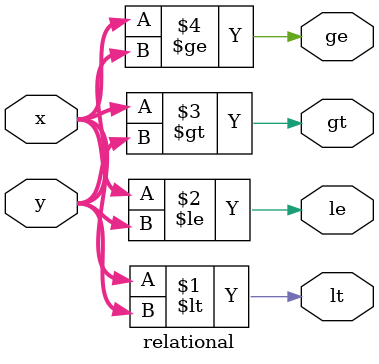
<source format=v>
module relational (
    input [1: 0] x,
    input [1: 0] y,
    output lt,
    output le,
    output gt,
    output ge
);
assign lt = x < y;
assign le = x <= y;
assign gt = x > y;
assign ge = x >= y;
endmodule
</source>
